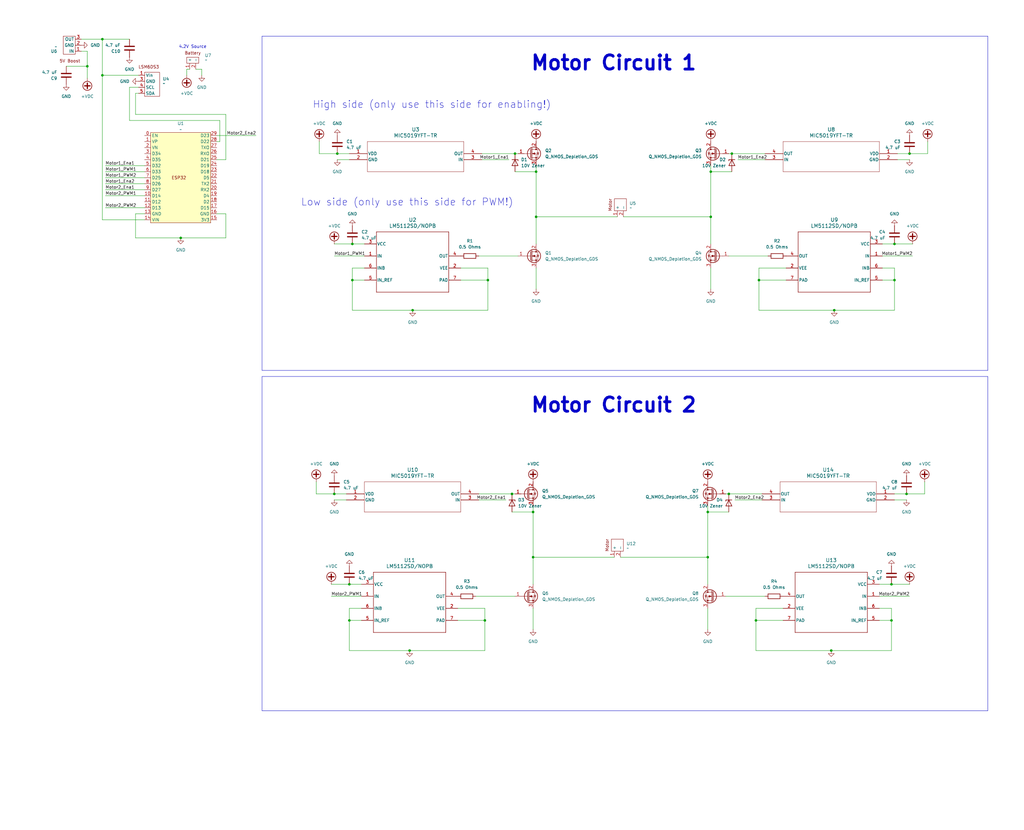
<source format=kicad_sch>
(kicad_sch (version 20250114) (generator "eeschema") (generator_version "9.0")
  (paper "User" 431.8 350)
  (title_block (title "Self Balancing Robot-Project CAO final") (date "2025-05-25") (company "ELN.IND"))
  (lib_symbols
    (symbol "Custom Symbols:BATTERY"
      (property "Reference" "U" (at 0 3.556 0))
      (symbol "BATTERY_0_1"
        (rectangle (start -2.54 -1.27) (end 2.54 -3.81))
      )
      (symbol "BATTERY_1_1"
        (text "Battery" (at 0 0.508 0) (effects (font (size 1.27 1.27))))
        (pin passive line (at -1.27 -6.35 90) (length 2.54) (name "+") (number "1"))
        (pin passive line (at 1.27 -6.35 90) (length 2.54) (name "-") (number "2"))
      )
    )
    (symbol "Custom Symbols:Boost"
      (property "Reference" "U" (at 0 3.556 0))
      (symbol "Boost_0_1"
        (rectangle (start -2.54 -1.27) (end 2.54 -8.89))
      )
      (symbol "Boost_1_1"
        (text "5V Boost" (at -0.254 1.524 0) (effects (font (size 1.27 1.27))))
        (pin passive line (at -5.08 -2.54 0) (length 2.54) (name "IN") (number "1"))
        (pin passive line (at -5.08 -5.08 0) (length 2.54) (name "GND") (number "2"))
        (pin passive line (at -5.08 -7.62 0) (length 2.54) (name "OUT") (number "3"))
      )
    )
    (symbol "Custom Symbols:ESP32"
      (property "Reference" "U" (at 0 4.572 0))
      (symbol "ESP32_1_1"
        (rectangle (start -12.7 2.54) (end 12.7 -35.56) (fill (type background)))
        (text "ESP32" (at -0.762 -16.51 0) (effects (font (size 1.27 1.27))))
        (pin bidirectional line (at -15.24 1.27 0) (length 2.54) (name "EN") (number "0"))
        (pin bidirectional line (at -15.24 -1.27 0) (length 2.54) (name "VP") (number "1"))
        (pin bidirectional line (at -15.24 -3.81 0) (length 2.54) (name "VN") (number "2"))
        (pin bidirectional line (at -15.24 -6.35 0) (length 2.54) (name "D34") (number "3"))
        (pin bidirectional line (at -15.24 -8.89 0) (length 2.54) (name "D35") (number "4"))
        (pin bidirectional line (at -15.24 -11.43 0) (length 2.54) (name "D32") (number "5"))
        (pin bidirectional line (at -15.24 -13.97 0) (length 2.54) (name "D33") (number "6"))
        (pin bidirectional line (at -15.24 -16.51 0) (length 2.54) (name "D25") (number "7"))
        (pin bidirectional line (at -15.24 -19.05 0) (length 2.54) (name "D26") (number "8"))
        (pin bidirectional line (at -15.24 -21.59 0) (length 2.54) (name "D27") (number "9"))
        (pin bidirectional line (at -15.24 -24.13 0) (length 2.54) (name "D14") (number "10"))
        (pin bidirectional line (at -15.24 -26.67 0) (length 2.54) (name "D12") (number "11"))
        (pin bidirectional line (at -15.24 -29.21 0) (length 2.54) (name "D13") (number "12"))
        (pin bidirectional line (at -15.24 -31.75 0) (length 2.54) (name "GND") (number "13"))
        (pin bidirectional line (at -15.24 -34.29 0) (length 2.54) (name "VIN") (number "14"))
        (pin bidirectional line (at 15.24 1.27 180) (length 2.54) (name "D23") (number "29"))
        (pin bidirectional line (at 15.24 -1.27 180) (length 2.54) (name "D22") (number "28"))
        (pin bidirectional line (at 15.24 -3.81 180) (length 2.54) (name "TXO") (number "27"))
        (pin bidirectional line (at 15.24 -6.35 180) (length 2.54) (name "RXO") (number "26"))
        (pin bidirectional line (at 15.24 -8.89 180) (length 2.54) (name "D21") (number "25"))
        (pin bidirectional line (at 15.24 -11.43 180) (length 2.54) (name "D19") (number "24"))
        (pin bidirectional line (at 15.24 -13.97 180) (length 2.54) (name "D18") (number "23"))
        (pin bidirectional line (at 15.24 -16.51 180) (length 2.54) (name "D5") (number "22"))
        (pin bidirectional line (at 15.24 -19.05 180) (length 2.54) (name "TX2") (number "21"))
        (pin bidirectional line (at 15.24 -21.59 180) (length 2.54) (name "RX2") (number "20"))
        (pin bidirectional line (at 15.24 -24.13 180) (length 2.54) (name "D4") (number "19"))
        (pin bidirectional line (at 15.24 -26.67 180) (length 2.54) (name "D2") (number "18"))
        (pin bidirectional line (at 15.24 -29.21 180) (length 2.54) (name "D15") (number "17"))
        (pin bidirectional line (at 15.24 -31.75 180) (length 2.54) (name "GND") (number "16"))
        (pin bidirectional line (at 15.24 -34.29 180) (length 2.54) (name "3V3") (number "15"))
      )
    )
    (symbol "Custom Symbols:LM5112SD_NOPB" (pin_names (offset 0.254))
      (property "Reference" "U" (at 0 2.54 0))
      (property "Value" "LM5112SD/NOPB" (at 0 0 0))
      (symbol "LM5112SD_NOPB_0_1"
        (polyline (pts (xy -15.24 12.7) (xy -15.24 -12.7)) (stroke (width 0.2032)))
        (polyline (pts (xy -15.24 -12.7) (xy 15.24 -12.7)) (stroke (width 0.2032)))
        (polyline (pts (xy 15.24 12.7) (xy -15.24 12.7)) (stroke (width 0.2032)))
        (polyline (pts (xy 15.24 -12.7) (xy 15.24 12.7)) (stroke (width 0.2032)))
        (pin power_in line (at -20.32 7.62 0) (length 5.08) (name "VCC") (number "3"))
        (pin input line (at -20.32 2.54 0) (length 5.08) (name "IN") (number "1"))
        (pin input line (at -20.32 -2.54 0) (length 5.08) (name "INB") (number "6"))
        (pin input line (at -20.32 -7.62 0) (length 5.08) (name "IN_REF") (number "5"))
        (pin output line (at 20.32 2.54 180) (length 5.08) (name "OUT") (number "4"))
        (pin power_in line (at 20.32 -2.54 180) (length 5.08) (name "VEE") (number "2"))
        (pin power_in line (at 20.32 -7.62 180) (length 5.08) (name "PAD") (number "7"))
      )
    )
    (symbol "Custom Symbols:LSM6DS3"
      (property "Reference" "U" (at 0.508 4.318 0))
      (symbol "LSM6DS3_0_1"
        (rectangle (start -1.27 0) (end 5.08 -10.16))
      )
      (symbol "LSM6DS3_1_1"
        (text "LSM6DS3" (at 0.508 2.286 0) (effects (font (size 1.27 1.27))))
        (pin passive line (at -3.81 -1.27 0) (length 2.54) (name "Vin") (number "1"))
        (pin passive line (at -3.81 -3.81 0) (length 2.54) (name "GND") (number "3"))
        (pin passive line (at -3.81 -6.35 0) (length 2.54) (name "SCL") (number "4"))
        (pin passive line (at -3.81 -8.89 0) (length 2.54) (name "SDA") (number "5"))
      )
    )
    (symbol "Custom Symbols:MIC5019YFT-TR" (pin_names (offset 0.254))
      (property "Reference" "U" (at 27.94 10.16 0))
      (property "Value" "MIC5019YFT-TR" (at 27.94 7.62 0))
      (symbol "MIC5019YFT-TR_0_1"
        (polyline (pts (xy 7.62 5.08) (xy 7.62 -7.62)) (stroke (width 0.127)))
        (polyline (pts (xy 7.62 -7.62) (xy 48.26 -7.62)) (stroke (width 0.127)))
        (polyline (pts (xy 48.26 5.08) (xy 7.62 5.08)) (stroke (width 0.127)))
        (polyline (pts (xy 48.26 -7.62) (xy 48.26 5.08)) (stroke (width 0.127)))
        (pin power_in line (at 0 0 0) (length 7.62) (name "VDD") (number "1"))
        (pin power_in line (at 0 -2.54 0) (length 7.62) (name "GND") (number "2"))
        (pin output line (at 55.88 0 180) (length 7.62) (name "OUT") (number "4"))
        (pin input line (at 55.88 -2.54 180) (length 7.62) (name "IN") (number "3"))
      )
    )
    (symbol "Custom Symbols:Motors"
      (property "Reference" "U" (at 0 3.302 0))
      (symbol "Motors_0_1"
        (rectangle (start -2.54 -1.27) (end 2.54 -6.35))
      )
      (symbol "Motors_1_1"
        (text "Motor" (at 0 0.508 0) (effects (font (size 1.27 1.27))))
        (pin passive line (at -5.08 -2.54 0) (length 2.54) (name "+") (number "1"))
        (pin passive line (at -5.08 -5.08 0) (length 2.54) (name "-") (number "2"))
      )
    )
    (symbol "Device:C" (pin_numbers (hide yes)) (pin_names (offset 0.254))
      (property "Reference" "C" (at 0.635 2.54 0))
      (property "Value" "C" (at 0.635 -2.54 0))
      (symbol "C_0_1"
        (polyline (pts (xy -2.032 0.762) (xy 2.032 0.762)) (stroke (width 0.508)))
        (polyline (pts (xy -2.032 -0.762) (xy 2.032 -0.762)) (stroke (width 0.508)))
      )
      (symbol "C_1_1"
        (pin passive line (at 0 3.81 270) (length 2.794) (name "~") (number "1"))
        (pin passive line (at 0 -3.81 90) (length 2.794) (name "~") (number "2"))
      )
    )
    (symbol "Device:D_Zener" (pin_numbers (hide yes)) (pin_names (offset 1.016) (hide yes))
      (property "Reference" "D1" (at 0 6.35 0))
      (property "Value" "D_Zener" (at 0 3.81 0))
      (symbol "D_Zener_0_1"
        (polyline (pts (xy -1.27 -1.27) (xy -1.27 1.27) (xy -0.762 1.27)) (stroke (width 0.254)))
        (polyline (pts (xy 1.27 0) (xy -1.27 0)))
        (polyline (pts (xy 1.27 -1.27) (xy 1.27 1.27) (xy -1.27 0) (xy 1.27 -1.27)) (stroke (width 0.254)))
      )
      (symbol "D_Zener_1_1"
        (pin passive line (at -3.81 0 0) (length 2.54) (name "K") (number "3"))
        (pin passive line (at 3.81 0 180) (length 2.54) (name "A") (number "1"))
      )
    )
    (symbol "Device:Q_NMOS_Depletion_GDS" (pin_names (offset 0) (hide yes))
      (property "Reference" "Q" (at 5.08 1.905 0))
      (property "Value" "Q_NMOS_Depletion_GDS" (at 5.08 0 0))
      (symbol "Q_NMOS_Depletion_GDS_0_1"
        (polyline (pts (xy 0.254 1.905) (xy 0.254 -1.905)) (stroke (width 0.254)))
        (polyline (pts (xy 0.254 0) (xy -2.54 0)))
        (polyline (pts (xy 0.762 2.286) (xy 0.762 -2.286)) (stroke (width 0.254)))
        (polyline (pts (xy 0.762 -1.778) (xy 3.302 -1.778) (xy 3.302 1.778) (xy 0.762 1.778)))
        (polyline (pts (xy 1.016 0) (xy 2.032 0.381) (xy 2.032 -0.381) (xy 1.016 0)) (fill (type outline)))
        (circle (center 1.651 0) (radius 2.794) (stroke (width 0.254)))
        (polyline (pts (xy 2.54 2.54) (xy 2.54 1.778)))
        (circle (center 2.54 1.778) (radius 0.254) (fill (type outline)))
        (circle (center 2.54 -1.778) (radius 0.254) (fill (type outline)))
        (polyline (pts (xy 2.54 -2.54) (xy 2.54 0) (xy 0.762 0)))
        (polyline (pts (xy 2.794 0.508) (xy 2.921 0.381) (xy 3.683 0.381) (xy 3.81 0.254)))
        (polyline (pts (xy 3.302 0.381) (xy 2.921 -0.254) (xy 3.683 -0.254) (xy 3.302 0.381)))
      )
      (symbol "Q_NMOS_Depletion_GDS_1_1"
        (pin input line (at -5.08 0 0) (length 2.54) (name "G") (number "1"))
        (pin passive line (at 2.54 5.08 270) (length 2.54) (name "D") (number "2"))
        (pin passive line (at 2.54 -5.08 90) (length 2.54) (name "S") (number "3"))
      )
    )
    (symbol "Device:R" (pin_numbers (hide yes)) (pin_names (offset 0))
      (property "Reference" "R" (at 2.032 0 90))
      (property "Value" "R" (at 0 0 90))
      (symbol "R_0_1"
        (rectangle (start -1.016 -2.54) (end 1.016 2.54) (stroke (width 0.254)))
      )
      (symbol "R_1_1"
        (pin passive line (at 0 3.81 270) (length 1.27) (name "~") (number "1"))
        (pin passive line (at 0 -3.81 90) (length 1.27) (name "~") (number "2"))
      )
    )
    (symbol "power:+VDC" (power) (pin_numbers (hide yes)) (pin_names (offset 0) (hide yes))
      (property "Value" "+VDC" (at 0 6.35 0))
      (symbol "+VDC_0_1"
        (polyline (pts (xy -1.143 3.175) (xy 1.143 3.175)) (stroke (width 0.508)))
        (circle (center 0 3.175) (radius 1.905) (stroke (width 0.254)))
        (polyline (pts (xy 0 2.032) (xy 0 4.318)) (stroke (width 0.508)))
        (polyline (pts (xy 0 0) (xy 0 1.27)))
      )
      (symbol "+VDC_1_1"
        (pin power_in line (at 0 0 90) (length 0) (name "~") (number "1"))
      )
    )
    (symbol "power:GND" (power) (pin_numbers (hide yes)) (pin_names (offset 0) (hide yes))
      (property "Value" "GND" (at 0 -3.81 0))
      (symbol "GND_0_1"
        (polyline (pts (xy 0 0) (xy 0 -1.27) (xy 1.27 -1.27) (xy 0 -2.54) (xy -1.27 -1.27) (xy 0 -1.27)))
      )
      (symbol "GND_1_1"
        (pin power_in line (at 0 0 270) (length 0) (name "~") (number "1"))
      )
    )
  )
  (rectangle (start 110.49 15.24) (end 416.56 156.21))
  (rectangle (start 110.49 158.75) (end 416.56 299.72))
  (text "4.2V Source" (at 81.28 19.812 0) (effects (font (size 1.27 1.27))))
  (text "Motor Circuit 2" (at 258.826 170.942 0) (effects (font (size 6 6) (thickness 1.2) (bold yes))))
  (text "Motor Circuit 1" (at 258.826 26.67 0) (effects (font (size 6 6) (thickness 1.2) (bold yes))))
  (text "High side (only use this side for enabling!)\n" (at 182.118 44.196 0) (effects (font (size 3 3))))
  (text "Low side (only use this side for PWM!)" (at 171.704 85.344 0) (effects (font (size 3 3))))
  (junction (at 36.83 27.94))
  (junction (at 226.06 72.39))
  (junction (at 147.32 246.38))
  (junction (at 383.54 64.77))
  (junction (at 217.17 64.77))
  (junction (at 298.45 215.9))
  (junction (at 224.79 234.95))
  (junction (at 148.59 102.87))
  (junction (at 226.06 91.44))
  (junction (at 204.47 261.62))
  (junction (at 148.59 118.11))
  (junction (at 350.52 274.32))
  (junction (at 299.72 72.39))
  (junction (at 43.18 31.75))
  (junction (at 375.92 246.38))
  (junction (at 377.19 118.11))
  (junction (at 320.04 118.11))
  (junction (at 351.79 130.81))
  (junction (at 318.77 261.62))
  (junction (at 375.92 261.62))
  (junction (at 224.79 215.9))
  (junction (at 205.74 118.11))
  (junction (at 215.9 208.28))
  (junction (at 142.24 64.77))
  (junction (at 299.72 91.44))
  (junction (at 377.19 102.87))
  (junction (at 43.18 16.51))
  (junction (at 140.97 208.28))
  (junction (at 298.45 234.95))
  (junction (at 308.61 64.77))
  (junction (at 76.2 100.33))
  (junction (at 172.72 274.32))
  (junction (at 173.99 130.81))
  (junction (at 147.32 261.62))
  (junction (at 307.34 208.28))
  (junction (at 382.27 208.28))
  (wire (pts (xy 133.35 208.28) (xy 140.97 208.28)))
  (wire (pts (xy 44.45 69.85) (xy 60.96 69.85)))
  (wire (pts (xy 85.09 31.75) (xy 85.09 29.21)))
  (wire (pts (xy 383.54 67.31) (xy 378.46 67.31)))
  (wire (pts (xy 133.35 203.2) (xy 133.35 208.28)))
  (wire (pts (xy 214.63 67.31) (xy 203.2 67.31)))
  (wire (pts (xy 139.7 246.38) (xy 147.32 246.38)))
  (wire (pts (xy 377.19 102.87) (xy 372.11 102.87)))
  (wire (pts (xy 331.47 113.03) (xy 320.04 113.03)))
  (wire (pts (xy 139.7 251.46) (xy 152.4 251.46)))
  (wire (pts (xy 389.89 203.2) (xy 389.89 208.28)))
  (wire (pts (xy 44.45 82.55) (xy 60.96 82.55)))
  (wire (pts (xy 204.47 261.62) (xy 204.47 274.32)))
  (wire (pts (xy 217.17 64.77) (xy 218.44 64.77)))
  (wire (pts (xy 140.97 107.95) (xy 153.67 107.95)))
  (wire (pts (xy 307.34 215.9) (xy 298.45 215.9)))
  (wire (pts (xy 262.89 91.44) (xy 299.72 91.44)))
  (wire (pts (xy 377.19 118.11) (xy 377.19 130.81)))
  (wire (pts (xy 43.18 92.71) (xy 60.96 92.71)))
  (wire (pts (xy 299.72 91.44) (xy 299.72 102.87)))
  (wire (pts (xy 218.44 107.95) (xy 201.93 107.95)))
  (wire (pts (xy 142.24 67.31) (xy 147.32 67.31)))
  (wire (pts (xy 205.74 113.03) (xy 205.74 118.11)))
  (wire (pts (xy 299.72 72.39) (xy 299.72 69.85)))
  (wire (pts (xy 298.45 215.9) (xy 298.45 234.95)))
  (wire (pts (xy 389.89 208.28) (xy 382.27 208.28)))
  (wire (pts (xy 384.81 107.95) (xy 372.11 107.95)))
  (wire (pts (xy 331.47 118.11) (xy 320.04 118.11)))
  (wire (pts (xy 226.06 72.39) (xy 226.06 91.44)))
  (wire (pts (xy 92.71 50.8) (xy 92.71 59.69)))
  (wire (pts (xy 224.79 215.9) (xy 224.79 234.95)))
  (wire (pts (xy 58.42 39.37) (xy 57.15 39.37)))
  (wire (pts (xy 205.74 118.11) (xy 205.74 130.81)))
  (wire (pts (xy 224.79 234.95) (xy 224.79 246.38)))
  (wire (pts (xy 320.04 118.11) (xy 320.04 130.81)))
  (wire (pts (xy 148.59 130.81) (xy 173.99 130.81)))
  (wire (pts (xy 148.59 113.03) (xy 148.59 118.11)))
  (wire (pts (xy 36.83 33.02) (xy 36.83 27.94)))
  (wire (pts (xy 44.45 80.01) (xy 60.96 80.01)))
  (wire (pts (xy 58.42 36.83) (xy 54.61 36.83)))
  (wire (pts (xy 224.79 234.95) (xy 259.08 234.95)))
  (wire (pts (xy 148.59 118.11) (xy 148.59 130.81)))
  (wire (pts (xy 44.45 74.93) (xy 60.96 74.93)))
  (wire (pts (xy 299.72 72.39) (xy 299.72 91.44)))
  (wire (pts (xy 76.2 100.33) (xy 95.25 100.33)))
  (wire (pts (xy 226.06 72.39) (xy 226.06 69.85)))
  (wire (pts (xy 298.45 234.95) (xy 298.45 246.38)))
  (wire (pts (xy 377.19 118.11) (xy 372.11 118.11)))
  (wire (pts (xy 78.74 29.21) (xy 80.01 29.21)))
  (wire (pts (xy 57.15 90.17) (xy 60.96 90.17)))
  (wire (pts (xy 215.9 215.9) (xy 224.79 215.9)))
  (wire (pts (xy 57.15 100.33) (xy 76.2 100.33)))
  (wire (pts (xy 34.29 16.51) (xy 43.18 16.51)))
  (wire (pts (xy 215.9 208.28) (xy 217.17 208.28)))
  (wire (pts (xy 57.15 100.33) (xy 57.15 90.17)))
  (wire (pts (xy 142.24 64.77) (xy 147.32 64.77)))
  (wire (pts (xy 217.17 251.46) (xy 200.66 251.46)))
  (wire (pts (xy 307.34 107.95) (xy 323.85 107.95)))
  (wire (pts (xy 217.17 72.39) (xy 226.06 72.39)))
  (wire (pts (xy 330.2 261.62) (xy 318.77 261.62)))
  (wire (pts (xy 391.16 59.69) (xy 391.16 64.77)))
  (wire (pts (xy 36.83 27.94) (xy 36.83 21.59)))
  (wire (pts (xy 194.31 118.11) (xy 205.74 118.11)))
  (wire (pts (xy 140.97 102.87) (xy 148.59 102.87)))
  (wire (pts (xy 134.62 59.69) (xy 134.62 64.77)))
  (wire (pts (xy 194.31 113.03) (xy 205.74 113.03)))
  (wire (pts (xy 383.54 64.77) (xy 378.46 64.77)))
  (wire (pts (xy 95.25 67.31) (xy 91.44 67.31)))
  (wire (pts (xy 226.06 91.44) (xy 226.06 102.87)))
  (wire (pts (xy 307.34 208.28) (xy 306.07 208.28)))
  (wire (pts (xy 205.74 130.81) (xy 173.99 130.81)))
  (wire (pts (xy 140.97 208.28) (xy 146.05 208.28)))
  (wire (pts (xy 95.25 48.26) (xy 95.25 67.31)))
  (wire (pts (xy 375.92 261.62) (xy 375.92 274.32)))
  (wire (pts (xy 391.16 64.77) (xy 383.54 64.77)))
  (wire (pts (xy 382.27 208.28) (xy 377.19 208.28)))
  (wire (pts (xy 54.61 36.83) (xy 54.61 50.8)))
  (wire (pts (xy 134.62 64.77) (xy 142.24 64.77)))
  (wire (pts (xy 224.79 215.9) (xy 224.79 213.36)))
  (wire (pts (xy 226.06 91.44) (xy 260.35 91.44)))
  (wire (pts (xy 147.32 246.38) (xy 152.4 246.38)))
  (wire (pts (xy 322.58 64.77) (xy 308.61 64.77)))
  (wire (pts (xy 308.61 64.77) (xy 307.34 64.77)))
  (wire (pts (xy 44.45 87.63) (xy 60.96 87.63)))
  (wire (pts (xy 57.15 39.37) (xy 57.15 48.26)))
  (wire (pts (xy 384.81 102.87) (xy 377.19 102.87)))
  (wire (pts (xy 85.09 29.21) (xy 82.55 29.21)))
  (wire (pts (xy 78.74 31.75) (xy 78.74 29.21)))
  (wire (pts (xy 377.19 130.81) (xy 351.79 130.81)))
  (wire (pts (xy 204.47 274.32) (xy 172.72 274.32)))
  (wire (pts (xy 44.45 72.39) (xy 60.96 72.39)))
  (wire (pts (xy 372.11 113.03) (xy 377.19 113.03)))
  (wire (pts (xy 147.32 261.62) (xy 147.32 274.32)))
  (wire (pts (xy 43.18 16.51) (xy 54.61 16.51)))
  (wire (pts (xy 92.71 59.69) (xy 91.44 59.69)))
  (wire (pts (xy 204.47 256.54) (xy 204.47 261.62)))
  (wire (pts (xy 95.25 90.17) (xy 91.44 90.17)))
  (wire (pts (xy 27.94 27.94) (xy 36.83 27.94)))
  (wire (pts (xy 43.18 16.51) (xy 43.18 31.75)))
  (wire (pts (xy 95.25 100.33) (xy 95.25 90.17)))
  (wire (pts (xy 203.2 64.77) (xy 217.17 64.77)))
  (wire (pts (xy 306.07 251.46) (xy 322.58 251.46)))
  (wire (pts (xy 383.54 246.38) (xy 375.92 246.38)))
  (wire (pts (xy 152.4 256.54) (xy 147.32 256.54)))
  (wire (pts (xy 377.19 113.03) (xy 377.19 118.11)))
  (wire (pts (xy 322.58 67.31) (xy 311.15 67.31)))
  (wire (pts (xy 321.31 208.28) (xy 307.34 208.28)))
  (wire (pts (xy 298.45 215.9) (xy 298.45 213.36)))
  (wire (pts (xy 54.61 50.8) (xy 92.71 50.8)))
  (wire (pts (xy 36.83 21.59) (xy 34.29 21.59)))
  (wire (pts (xy 147.32 256.54) (xy 147.32 261.62)))
  (wire (pts (xy 318.77 256.54) (xy 318.77 261.62)))
  (wire (pts (xy 298.45 265.43) (xy 298.45 256.54)))
  (wire (pts (xy 375.92 274.32) (xy 350.52 274.32)))
  (wire (pts (xy 201.93 208.28) (xy 215.9 208.28)))
  (wire (pts (xy 321.31 210.82) (xy 309.88 210.82)))
  (wire (pts (xy 213.36 210.82) (xy 201.93 210.82)))
  (wire (pts (xy 370.84 256.54) (xy 375.92 256.54)))
  (wire (pts (xy 382.27 210.82) (xy 377.19 210.82)))
  (wire (pts (xy 320.04 113.03) (xy 320.04 118.11)))
  (wire (pts (xy 261.62 234.95) (xy 298.45 234.95)))
  (wire (pts (xy 375.92 256.54) (xy 375.92 261.62)))
  (wire (pts (xy 308.61 72.39) (xy 299.72 72.39)))
  (wire (pts (xy 147.32 274.32) (xy 172.72 274.32)))
  (wire (pts (xy 193.04 256.54) (xy 204.47 256.54)))
  (wire (pts (xy 107.95 57.15) (xy 91.44 57.15)))
  (wire (pts (xy 318.77 274.32) (xy 350.52 274.32)))
  (wire (pts (xy 148.59 118.11) (xy 153.67 118.11)))
  (wire (pts (xy 375.92 246.38) (xy 370.84 246.38)))
  (wire (pts (xy 383.54 251.46) (xy 370.84 251.46)))
  (wire (pts (xy 43.18 31.75) (xy 43.18 92.71)))
  (wire (pts (xy 320.04 130.81) (xy 351.79 130.81)))
  (wire (pts (xy 375.92 261.62) (xy 370.84 261.62)))
  (wire (pts (xy 44.45 77.47) (xy 60.96 77.47)))
  (wire (pts (xy 140.97 210.82) (xy 146.05 210.82)))
  (wire (pts (xy 226.06 121.92) (xy 226.06 113.03)))
  (wire (pts (xy 148.59 102.87) (xy 153.67 102.87)))
  (wire (pts (xy 57.15 48.26) (xy 95.25 48.26)))
  (wire (pts (xy 224.79 265.43) (xy 224.79 256.54)))
  (wire (pts (xy 153.67 113.03) (xy 148.59 113.03)))
  (wire (pts (xy 193.04 261.62) (xy 204.47 261.62)))
  (wire (pts (xy 330.2 256.54) (xy 318.77 256.54)))
  (wire (pts (xy 318.77 261.62) (xy 318.77 274.32)))
  (wire (pts (xy 43.18 31.75) (xy 58.42 31.75)))
  (wire (pts (xy 147.32 261.62) (xy 152.4 261.62)))
  (wire (pts (xy 299.72 121.92) (xy 299.72 113.03)))
  (label "Motor2_Ena2" (at 107.95 57.15 180))
  (label "Motor1_Ena1" (at 214.63 67.31 180))
  (label "Motor2_Ena2" (at 309.88 210.82 0))
  (label "Motor2_PWM1" (at 44.45 82.55 0))
  (label "Motor1_PWM1" (at 44.45 72.39 0))
  (label "Motor2_PWM1" (at 139.7 251.46 0))
  (label "Motor1_Ena1" (at 44.45 69.85 0))
  (label "Motor1_Ena2" (at 44.45 77.47 0))
  (label "Motor2_PWM2" (at 383.54 251.46 180))
  (label "Motor1_Ena2" (at 311.15 67.31 0))
  (label "Motor2_Ena1" (at 213.36 210.82 180))
  (label "Motor2_PWM2" (at 44.45 87.63 0))
  (label "Motor1_PWM1" (at 140.97 107.95 0))
  (label "Motor1_PWM2" (at 384.81 107.95 180))
  (label "Motor1_PWM2" (at 44.45 74.93 0))
  (label "Motor2_Ena1" (at 44.45 80.01 0))
  (symbol (lib_id "Device:Q_NMOS_Depletion_GDS") (at 302.26 64.77 0) (mirror y) (unit 1)
    (property "Reference" "Q3" (at 295.91 63.4999 0) (effects (justify left)))
    (property "Value" "Q_NMOS_Depletion_GDS" (at 295.91 66.0399 0) (effects (justify left)))
    (property "Footprint" "Package_TO_SOT_SMD:TO-252-2" (effects (hide yes)))
    (property "Description" "Depletion-mode N-channel MOSFET gate/drain/source" (effects (hide yes)))
  )
  (symbol (lib_id "Custom Symbols:LSM6DS3") (at 62.23 30.48 0) (unit 1)
    (property "Reference" "U4" (at 68.58 33.2711 0) (effects (justify left)))
    (property "Value" "~" (at 68.58 35.1762 0) (effects (justify left)))
    (property "Footprint" "Custom Footprints:LSM6DS3" (effects (hide yes)))
  )
  (symbol (lib_id "power:GND") (at 148.59 95.25 180) (unit 1)
    (property "Reference" "#PWR010" (effects (hide yes)))
    (property "Value" "GND" (at 148.59 90.17 0))
    (property "Description" "Power symbol creates a global label with name \"GND\" , ground" (effects (hide yes)))
  )
  (symbol (lib_id "Custom Symbols:MIC5019YFT-TR") (at 377.19 208.28 0) (mirror y) (unit 1)
    (property "Reference" "U14" (at 349.25 198.12 0) (effects (font (size 1.524 1.524))))
    (property "Value" "MIC5019YFT-TR" (at 349.25 200.66 0) (effects (font (size 1.524 1.524))))
    (property "Footprint" "Custom Footprints:MIC5019YFT-TR" (effects (hide yes)))
    (property "Datasheet" "MIC5019YFT-TR" (effects (hide yes)))
  )
  (symbol (lib_id "power:GND") (at 383.54 67.31 0) (mirror y) (unit 1)
    (property "Reference" "#PWR018" (effects (hide yes)))
    (property "Value" "GND" (at 383.54 72.39 0))
    (property "Description" "Power symbol creates a global label with name \"GND\" , ground" (effects (hide yes)))
  )
  (symbol (lib_id "Custom Symbols:MIC5019YFT-TR") (at 147.32 64.77 0) (unit 1)
    (property "Reference" "U3" (at 175.26 54.61 0) (effects (font (size 1.524 1.524))))
    (property "Value" "MIC5019YFT-TR" (at 175.26 57.15 0) (effects (font (size 1.524 1.524))))
    (property "Footprint" "Custom Footprints:MIC5019YFT-TR" (effects (hide yes)))
    (property "Datasheet" "MIC5019YFT-TR" (effects (hide yes)))
  )
  (symbol (lib_id "power:GND") (at 54.61 24.13 0) (unit 1)
    (property "Reference" "#PWR041" (effects (hide yes)))
    (property "Value" "GND" (at 54.61 29.21 0))
    (property "Description" "Power symbol creates a global label with name \"GND\" , ground" (effects (hide yes)))
  )
  (symbol (lib_id "Device:Q_NMOS_Depletion_GDS") (at 223.52 64.77 0) (unit 1)
    (property "Reference" "Q2" (at 229.87 63.4999 0) (effects (justify left)))
    (property "Value" "Q_NMOS_Depletion_GDS" (at 229.87 66.0399 0) (effects (justify left)))
    (property "Footprint" "Package_TO_SOT_SMD:TO-252-2" (effects (hide yes)))
    (property "Description" "Depletion-mode N-channel MOSFET gate/drain/source" (effects (hide yes)))
  )
  (symbol (lib_id "power:GND") (at 224.79 265.43 0) (unit 1)
    (property "Reference" "#PWR030" (effects (hide yes)))
    (property "Value" "GND" (at 224.79 270.51 0))
    (property "Description" "Power symbol creates a global label with name \"GND\" , ground" (effects (hide yes)))
  )
  (symbol (lib_id "Device:Q_NMOS_Depletion_GDS") (at 300.99 251.46 0) (mirror y) (unit 1)
    (property "Reference" "Q8" (at 294.64 250.1899 0) (effects (justify left)))
    (property "Value" "Q_NMOS_Depletion_GDS" (at 294.64 252.7299 0) (effects (justify left)))
    (property "Footprint" "Package_TO_SOT_SMD:TO-252-2" (effects (hide yes)))
    (property "Description" "Depletion-mode N-channel MOSFET gate/drain/source" (effects (hide yes)))
  )
  (symbol (lib_id "power:GND") (at 375.92 238.76 0) (mirror x) (unit 1)
    (property "Reference" "#PWR034" (effects (hide yes)))
    (property "Value" "GND" (at 375.92 233.68 0))
    (property "Description" "Power symbol creates a global label with name \"GND\" , ground" (effects (hide yes)))
  )
  (symbol (lib_id "Device:C") (at 148.59 99.06 0) (unit 1)
    (property "Reference" "C2" (at 152.4 97.7899 0) (effects (justify left)))
    (property "Value" "4.7 uF" (at 152.4 100.3299 0) (effects (justify left)))
    (property "Footprint" "Capacitor_SMD:C_0805_2012Metric_Pad1.18x1.45mm_HandSolder" (effects (hide yes)))
    (property "Description" "Unpolarized capacitor" (effects (hide yes)))
  )
  (symbol (lib_id "power:GND") (at 34.29 19.05 90) (unit 1)
    (property "Reference" "#PWR011" (effects (hide yes)))
    (property "Value" "GND" (at 38.1 19.0501 90) (effects (justify right)))
    (property "Description" "Power symbol creates a global label with name \"GND\" , ground" (effects (hide yes)))
  )
  (symbol (lib_id "Device:Q_NMOS_Depletion_GDS") (at 222.25 208.28 0) (unit 1)
    (property "Reference" "Q5" (at 228.6 207.0099 0) (effects (justify left)))
    (property "Value" "Q_NMOS_Depletion_GDS" (at 228.6 209.5499 0) (effects (justify left)))
    (property "Footprint" "Package_TO_SOT_SMD:TO-252-2" (effects (hide yes)))
    (property "Description" "Depletion-mode N-channel MOSFET gate/drain/source" (effects (hide yes)))
  )
  (symbol (lib_id "power:GND") (at 142.24 67.31 0) (unit 1)
    (property "Reference" "#PWR04" (effects (hide yes)))
    (property "Value" "GND" (at 142.24 72.39 0))
    (property "Description" "Power symbol creates a global label with name \"GND\" , ground" (effects (hide yes)))
  )
  (symbol (lib_id "Device:R") (at 327.66 107.95 270) (mirror x) (unit 1)
    (property "Reference" "R2" (at 327.66 101.6 90))
    (property "Value" "0.5 Ohms" (at 327.66 104.14 90))
    (property "Footprint" "Resistor_SMD:R_2010_5025Metric_Pad1.40x2.65mm_HandSolder" (effects (hide yes)))
    (property "Description" "Resistor" (effects (hide yes)))
  )
  (symbol (lib_id "power:GND") (at 382.27 210.82 0) (mirror y) (unit 1)
    (property "Reference" "#PWR036" (effects (hide yes)))
    (property "Value" "GND" (at 382.27 215.9 0))
    (property "Description" "Power symbol creates a global label with name \"GND\" , ground" (effects (hide yes)))
  )
  (symbol (lib_id "Device:R") (at 326.39 251.46 270) (mirror x) (unit 1)
    (property "Reference" "R4" (at 326.39 245.11 90))
    (property "Value" "0.5 Ohms" (at 326.39 247.65 90))
    (property "Footprint" "Resistor_SMD:R_2010_5025Metric_Pad1.40x2.65mm_HandSolder" (effects (hide yes)))
    (property "Description" "Resistor" (effects (hide yes)))
  )
  (symbol (lib_id "Device:C") (at 383.54 60.96 0) (mirror y) (unit 1)
    (property "Reference" "C3" (at 379.73 59.6899 0) (effects (justify left)))
    (property "Value" "4.7 uF" (at 379.73 62.2299 0) (effects (justify left)))
    (property "Footprint" "Capacitor_SMD:C_0805_2012Metric_Pad1.18x1.45mm_HandSolder" (effects (hide yes)))
    (property "Description" "Unpolarized capacitor" (effects (hide yes)))
  )
  (symbol (lib_id "Device:R") (at 196.85 251.46 90) (unit 1)
    (property "Reference" "R3" (at 196.85 245.11 90))
    (property "Value" "0.5 Ohms" (at 196.85 247.65 90))
    (property "Footprint" "Resistor_SMD:R_2010_5025Metric_Pad1.40x2.65mm_HandSolder" (effects (hide yes)))
    (property "Description" "Resistor" (effects (hide yes)))
  )
  (symbol (lib_id "power:GND") (at 58.42 34.29 270) (unit 1)
    (property "Reference" "#PWR039" (effects (hide yes)))
    (property "Value" "GND" (at 54.61 34.2899 90) (effects (justify right)))
    (property "Description" "Power symbol creates a global label with name \"GND\" , ground" (effects (hide yes)))
  )
  (symbol (lib_id "power:GND") (at 298.45 265.43 0) (mirror y) (unit 1)
    (property "Reference" "#PWR032" (effects (hide yes)))
    (property "Value" "GND" (at 298.45 270.51 0))
    (property "Description" "Power symbol creates a global label with name \"GND\" , ground" (effects (hide yes)))
  )
  (symbol (lib_id "power:+VDC") (at 134.62 59.69 0) (unit 1)
    (property "Reference" "#PWR05" (effects (hide yes)))
    (property "Value" "+VDC" (at 134.62 52.07 0))
    (property "Description" "Power symbol creates a global label with name \"+VDC\"" (effects (hide yes)))
  )
  (symbol (lib_id "power:+VDC") (at 133.35 203.2 0) (unit 1)
    (property "Reference" "#PWR023" (effects (hide yes)))
    (property "Value" "+VDC" (at 133.35 195.58 0))
    (property "Description" "Power symbol creates a global label with name \"+VDC\"" (effects (hide yes)))
  )
  (symbol (lib_id "Device:D_Zener") (at 215.9 212.09 270) (unit 1)
    (property "Reference" "D3" (at 218.44 210.8199 90) (effects (justify left)))
    (property "Value" "10V Zener" (at 218.44 213.3599 90) (effects (justify left)))
    (property "Footprint" "Package_TO_SOT_SMD:TSOT-23" (effects (hide yes)))
    (property "Description" "Zener diode" (effects (hide yes)))
  )
  (symbol (lib_id "power:GND") (at 172.72 274.32 0) (unit 1)
    (property "Reference" "#PWR028" (effects (hide yes)))
    (property "Value" "GND" (at 172.72 279.4 0))
    (property "Description" "Power symbol creates a global label with name \"GND\" , ground" (effects (hide yes)))
  )
  (symbol (lib_id "Device:C") (at 147.32 242.57 0) (unit 1)
    (property "Reference" "C6" (at 151.13 241.2999 0) (effects (justify left)))
    (property "Value" "4.7 uF" (at 151.13 243.8399 0) (effects (justify left)))
    (property "Footprint" "Capacitor_SMD:C_0805_2012Metric_Pad1.18x1.45mm_HandSolder" (effects (hide yes)))
    (property "Description" "Unpolarized capacitor" (effects (hide yes)))
  )
  (symbol (lib_id "Device:C") (at 140.97 204.47 0) (unit 1)
    (property "Reference" "C5" (at 144.78 203.1999 0) (effects (justify left)))
    (property "Value" "4.7 uF" (at 144.78 205.7399 0) (effects (justify left)))
    (property "Footprint" "Capacitor_SMD:C_0805_2012Metric_Pad1.18x1.45mm_HandSolder" (effects (hide yes)))
    (property "Description" "Unpolarized capacitor" (effects (hide yes)))
  )
  (symbol (lib_id "Device:D_Zener") (at 307.34 212.09 90) (mirror x) (unit 1)
    (property "Reference" "D4" (at 304.8 210.8199 90) (effects (justify left)))
    (property "Value" "10V Zener" (at 304.8 213.3599 90) (effects (justify left)))
    (property "Footprint" "Package_TO_SOT_SMD:TSOT-23" (effects (hide yes)))
    (property "Description" "Zener diode" (effects (hide yes)))
  )
  (symbol (lib_id "power:GND") (at 383.54 57.15 0) (mirror x) (unit 1)
    (property "Reference" "#PWR017" (effects (hide yes)))
    (property "Value" "GND" (at 383.54 52.07 0))
    (property "Description" "Power symbol creates a global label with name \"GND\" , ground" (effects (hide yes)))
  )
  (symbol (lib_id "power:GND") (at 382.27 200.66 0) (mirror x) (unit 1)
    (property "Reference" "#PWR035" (effects (hide yes)))
    (property "Value" "GND" (at 382.27 195.58 0))
    (property "Description" "Power symbol creates a global label with name \"GND\" , ground" (effects (hide yes)))
  )
  (symbol (lib_id "power:GND") (at 299.72 121.92 0) (mirror y) (unit 1)
    (property "Reference" "#PWR022" (effects (hide yes)))
    (property "Value" "GND" (at 299.72 127 0))
    (property "Description" "Power symbol creates a global label with name \"GND\" , ground" (effects (hide yes)))
  )
  (symbol (lib_id "Device:D_Zener") (at 217.17 68.58 270) (unit 1)
    (property "Reference" "D1" (at 219.71 67.3099 90) (effects (justify left)))
    (property "Value" "10V Zener" (at 219.71 69.8499 90) (effects (justify left)))
    (property "Footprint" "Package_TO_SOT_SMD:TSOT-23" (effects (hide yes)))
    (property "Description" "Zener diode" (effects (hide yes)))
  )
  (symbol (lib_id "power:GND") (at 76.2 100.33 0) (unit 1)
    (property "Reference" "#PWR014" (effects (hide yes)))
    (property "Value" "GND" (at 76.2 105.41 0))
    (property "Description" "Power symbol creates a global label with name \"GND\" , ground" (effects (hide yes)))
  )
  (symbol (lib_id "Custom Symbols:ESP32") (at 76.2 58.42 0) (unit 1)
    (property "Reference" "U1" (at 76.2 52.07 0))
    (property "Value" "~" (at 76.2 54.61 0))
    (property "Footprint" "Custom Footprints:ESP32" (effects (hide yes)))
  )
  (symbol (lib_id "power:GND") (at 142.24 57.15 180) (unit 1)
    (property "Reference" "#PWR03" (effects (hide yes)))
    (property "Value" "GND" (at 142.24 52.07 0))
    (property "Description" "Power symbol creates a global label with name \"GND\" , ground" (effects (hide yes)))
  )
  (symbol (lib_id "power:GND") (at 351.79 130.81 0) (mirror y) (unit 1)
    (property "Reference" "#PWR020" (effects (hide yes)))
    (property "Value" "GND" (at 351.79 135.89 0))
    (property "Description" "Power symbol creates a global label with name \"GND\" , ground" (effects (hide yes)))
  )
  (symbol (lib_id "power:+VDC") (at 299.72 59.69 0) (mirror y) (unit 1)
    (property "Reference" "#PWR021" (effects (hide yes)))
    (property "Value" "+VDC" (at 299.72 52.07 0))
    (property "Description" "Power symbol creates a global label with name \"+VDC\"" (effects (hide yes)))
  )
  (symbol (lib_id "power:+VDC") (at 224.79 203.2 0) (unit 1)
    (property "Reference" "#PWR029" (effects (hide yes)))
    (property "Value" "+VDC" (at 224.79 195.58 0))
    (property "Description" "Power symbol creates a global label with name \"+VDC\"" (effects (hide yes)))
  )
  (symbol (lib_id "Custom Symbols:Motors") (at 256.54 229.87 90) (unit 1)
    (property "Reference" "U12" (at 264.16 229.2348 90) (effects (justify right)))
    (property "Value" "~" (at 264.16 231.1399 90) (effects (justify right)))
    (property "Footprint" "Custom Footprints:Motor" (effects (hide yes)))
  )
  (symbol (lib_id "Device:D_Zener") (at 308.61 68.58 90) (mirror x) (unit 1)
    (property "Reference" "D2" (at 306.07 67.3099 90) (effects (justify left)))
    (property "Value" "10V Zener" (at 306.07 69.8499 90) (effects (justify left)))
    (property "Footprint" "Package_TO_SOT_SMD:TSOT-23" (effects (hide yes)))
    (property "Description" "Zener diode" (effects (hide yes)))
  )
  (symbol (lib_id "Custom Symbols:MIC5019YFT-TR") (at 378.46 64.77 0) (mirror y) (unit 1)
    (property "Reference" "U8" (at 350.52 54.61 0) (effects (font (size 1.524 1.524))))
    (property "Value" "MIC5019YFT-TR" (at 350.52 57.15 0) (effects (font (size 1.524 1.524))))
    (property "Footprint" "Custom Footprints:MIC5019YFT-TR" (effects (hide yes)))
    (property "Datasheet" "MIC5019YFT-TR" (effects (hide yes)))
  )
  (symbol (lib_id "Custom Symbols:Boost") (at 29.21 24.13 180) (unit 1)
    (property "Reference" "U6" (at 24.13 21.5929 0) (effects (justify left)))
    (property "Value" "~" (at 24.13 19.6878 0) (effects (justify left)))
    (property "Footprint" "Custom Footprints:Boost" (effects (hide yes)))
  )
  (symbol (lib_id "power:GND") (at 140.97 200.66 180) (unit 1)
    (property "Reference" "#PWR025" (effects (hide yes)))
    (property "Value" "GND" (at 140.97 195.58 0))
    (property "Description" "Power symbol creates a global label with name \"GND\" , ground" (effects (hide yes)))
  )
  (symbol (lib_id "power:+VDC") (at 139.7 246.38 0) (unit 1)
    (property "Reference" "#PWR024" (effects (hide yes)))
    (property "Value" "+VDC" (at 139.7 238.76 0))
    (property "Description" "Power symbol creates a global label with name \"+VDC\"" (effects (hide yes)))
  )
  (symbol (lib_id "power:GND") (at 350.52 274.32 0) (mirror y) (unit 1)
    (property "Reference" "#PWR033" (effects (hide yes)))
    (property "Value" "GND" (at 350.52 279.4 0))
    (property "Description" "Power symbol creates a global label with name \"GND\" , ground" (effects (hide yes)))
  )
  (symbol (lib_id "power:+VDC") (at 391.16 59.69 0) (mirror y) (unit 1)
    (property "Reference" "#PWR015" (effects (hide yes)))
    (property "Value" "+VDC" (at 391.16 52.07 0))
    (property "Description" "Power symbol creates a global label with name \"+VDC\"" (effects (hide yes)))
  )
  (symbol (lib_id "Device:C") (at 382.27 204.47 0) (mirror y) (unit 1)
    (property "Reference" "C8" (at 378.46 203.1999 0) (effects (justify left)))
    (property "Value" "4.7 uF" (at 378.46 205.7399 0) (effects (justify left)))
    (property "Footprint" "Capacitor_SMD:C_0805_2012Metric_Pad1.18x1.45mm_HandSolder" (effects (hide yes)))
    (property "Description" "Unpolarized capacitor" (effects (hide yes)))
  )
  (symbol (lib_id "power:GND") (at 85.09 31.75 0) (unit 1)
    (property "Reference" "#PWR01" (effects (hide yes)))
    (property "Value" "GND" (at 85.09 36.83 0))
    (property "Description" "Power symbol creates a global label with name \"GND\" , ground" (effects (hide yes)))
  )
  (symbol (lib_id "power:+VDC") (at 389.89 203.2 0) (mirror y) (unit 1)
    (property "Reference" "#PWR038" (effects (hide yes)))
    (property "Value" "+VDC" (at 389.89 195.58 0))
    (property "Description" "Power symbol creates a global label with name \"+VDC\"" (effects (hide yes)))
  )
  (symbol (lib_id "Device:Q_NMOS_Depletion_GDS") (at 223.52 107.95 0) (unit 1)
    (property "Reference" "Q1" (at 229.87 106.6799 0) (effects (justify left)))
    (property "Value" "Q_NMOS_Depletion_GDS" (at 229.87 109.2199 0) (effects (justify left)))
    (property "Footprint" "Package_TO_SOT_SMD:TO-252-2" (effects (hide yes)))
    (property "Description" "Depletion-mode N-channel MOSFET gate/drain/source" (effects (hide yes)))
  )
  (symbol (lib_id "power:+VDC") (at 78.74 31.75 180) (unit 1)
    (property "Reference" "#PWR02" (effects (hide yes)))
    (property "Value" "+VDC" (at 78.74 39.37 0))
    (property "Description" "Power symbol creates a global label with name \"+VDC\"" (effects (hide yes)))
  )
  (symbol (lib_id "power:GND") (at 226.06 121.92 0) (unit 1)
    (property "Reference" "#PWR07" (effects (hide yes)))
    (property "Value" "GND" (at 226.06 127 0))
    (property "Description" "Power symbol creates a global label with name \"GND\" , ground" (effects (hide yes)))
  )
  (symbol (lib_id "Device:Q_NMOS_Depletion_GDS") (at 222.25 251.46 0) (unit 1)
    (property "Reference" "Q6" (at 228.6 250.1899 0) (effects (justify left)))
    (property "Value" "Q_NMOS_Depletion_GDS" (at 228.6 252.7299 0) (effects (justify left)))
    (property "Footprint" "Package_TO_SOT_SMD:TO-252-2" (effects (hide yes)))
    (property "Description" "Depletion-mode N-channel MOSFET gate/drain/source" (effects (hide yes)))
  )
  (symbol (lib_id "power:+VDC") (at 226.06 59.69 0) (unit 1)
    (property "Reference" "#PWR06" (effects (hide yes)))
    (property "Value" "+VDC" (at 226.06 52.07 0))
    (property "Description" "Power symbol creates a global label with name \"+VDC\"" (effects (hide yes)))
  )
  (symbol (lib_id "power:+VDC") (at 383.54 246.38 0) (mirror y) (unit 1)
    (property "Reference" "#PWR037" (effects (hide yes)))
    (property "Value" "+VDC" (at 383.54 238.76 0))
    (property "Description" "Power symbol creates a global label with name \"+VDC\"" (effects (hide yes)))
  )
  (symbol (lib_id "Custom Symbols:LM5112SD_NOPB") (at 351.79 110.49 0) (mirror y) (unit 1)
    (property "Reference" "U9" (at 351.79 92.71 0) (effects (font (size 1.524 1.524))))
    (property "Value" "LM5112SD/NOPB" (at 351.79 95.25 0) (effects (font (size 1.524 1.524))))
    (property "Footprint" "Custom Footprints:LM5112SD" (effects (hide yes)))
    (property "Datasheet" "LM5112SD/NOPB" (effects (hide yes)))
  )
  (symbol (lib_id "Custom Symbols:BATTERY") (at 81.28 22.86 0) (unit 1)
    (property "Reference" "U7" (at 86.36 23.3651 0) (effects (justify left)))
    (property "Value" "~" (at 86.36 25.2702 0) (effects (justify left)))
    (property "Footprint" "Custom Footprints:Battery" (effects (hide yes)))
  )
  (symbol (lib_id "Device:C") (at 54.61 20.32 180) (unit 1)
    (property "Reference" "C10" (at 50.8 21.5901 0) (effects (justify left)))
    (property "Value" "4.7 uF" (at 50.8 19.0501 0) (effects (justify left)))
    (property "Footprint" "Capacitor_SMD:C_0805_2012Metric_Pad1.18x1.45mm_HandSolder" (effects (hide yes)))
    (property "Description" "Unpolarized capacitor" (effects (hide yes)))
  )
  (symbol (lib_id "Device:Q_NMOS_Depletion_GDS") (at 300.99 208.28 0) (mirror y) (unit 1)
    (property "Reference" "Q7" (at 294.64 207.0099 0) (effects (justify left)))
    (property "Value" "Q_NMOS_Depletion_GDS" (at 294.64 209.5499 0) (effects (justify left)))
    (property "Footprint" "Package_TO_SOT_SMD:TO-252-2" (effects (hide yes)))
    (property "Description" "Depletion-mode N-channel MOSFET gate/drain/source" (effects (hide yes)))
  )
  (symbol (lib_id "Device:Q_NMOS_Depletion_GDS") (at 302.26 107.95 0) (mirror y) (unit 1)
    (property "Reference" "Q4" (at 295.91 106.6799 0) (effects (justify left)))
    (property "Value" "Q_NMOS_Depletion_GDS" (at 295.91 109.2199 0) (effects (justify left)))
    (property "Footprint" "Package_TO_SOT_SMD:TO-252-2" (effects (hide yes)))
    (property "Description" "Depletion-mode N-channel MOSFET gate/drain/source" (effects (hide yes)))
  )
  (symbol (lib_id "Custom Symbols:MIC5019YFT-TR") (at 146.05 208.28 0) (unit 1)
    (property "Reference" "U10" (at 173.99 198.12 0) (effects (font (size 1.524 1.524))))
    (property "Value" "MIC5019YFT-TR" (at 173.99 200.66 0) (effects (font (size 1.524 1.524))))
    (property "Footprint" "Custom Footprints:MIC5019YFT-TR" (effects (hide yes)))
    (property "Datasheet" "MIC5019YFT-TR" (effects (hide yes)))
  )
  (symbol (lib_id "power:+VDC") (at 298.45 203.2 0) (mirror y) (unit 1)
    (property "Reference" "#PWR031" (effects (hide yes)))
    (property "Value" "+VDC" (at 298.45 195.58 0))
    (property "Description" "Power symbol creates a global label with name \"+VDC\"" (effects (hide yes)))
  )
  (symbol (lib_id "Device:C") (at 375.92 242.57 0) (mirror y) (unit 1)
    (property "Reference" "C7" (at 372.11 241.2999 0) (effects (justify left)))
    (property "Value" "4.7 uF" (at 372.11 243.8399 0) (effects (justify left)))
    (property "Footprint" "Capacitor_SMD:C_0805_2012Metric_Pad1.18x1.45mm_HandSolder" (effects (hide yes)))
    (property "Description" "Unpolarized capacitor" (effects (hide yes)))
  )
  (symbol (lib_id "Custom Symbols:LM5112SD_NOPB") (at 350.52 254 0) (mirror y) (unit 1)
    (property "Reference" "U13" (at 350.52 236.22 0) (effects (font (size 1.524 1.524))))
    (property "Value" "LM5112SD/NOPB" (at 350.52 238.76 0) (effects (font (size 1.524 1.524))))
    (property "Footprint" "Custom Footprints:LM5112SD" (effects (hide yes)))
    (property "Datasheet" "LM5112SD/NOPB" (effects (hide yes)))
  )
  (symbol (lib_id "Custom Symbols:Motors") (at 257.81 86.36 90) (unit 1)
    (property "Reference" "U5" (at 265.43 85.7248 90) (effects (justify right)))
    (property "Value" "~" (at 265.43 87.6299 90) (effects (justify right)))
    (property "Footprint" "Custom Footprints:Motor" (effects (hide yes)))
  )
  (symbol (lib_id "power:GND") (at 140.97 210.82 0) (unit 1)
    (property "Reference" "#PWR026" (effects (hide yes)))
    (property "Value" "GND" (at 140.97 215.9 0))
    (property "Description" "Power symbol creates a global label with name \"GND\" , ground" (effects (hide yes)))
  )
  (symbol (lib_id "power:+VDC") (at 384.81 102.87 0) (mirror y) (unit 1)
    (property "Reference" "#PWR016" (effects (hide yes)))
    (property "Value" "+VDC" (at 384.81 95.25 0))
    (property "Description" "Power symbol creates a global label with name \"+VDC\"" (effects (hide yes)))
  )
  (symbol (lib_id "power:GND") (at 173.99 130.81 0) (unit 1)
    (property "Reference" "#PWR08" (effects (hide yes)))
    (property "Value" "GND" (at 173.99 135.89 0))
    (property "Description" "Power symbol creates a global label with name \"GND\" , ground" (effects (hide yes)))
  )
  (symbol (lib_id "Device:C") (at 142.24 60.96 0) (unit 1)
    (property "Reference" "C1" (at 146.05 59.6899 0) (effects (justify left)))
    (property "Value" "4.7 uF" (at 146.05 62.2299 0) (effects (justify left)))
    (property "Footprint" "Capacitor_SMD:C_0805_2012Metric_Pad1.18x1.45mm_HandSolder" (effects (hide yes)))
    (property "Description" "Unpolarized capacitor" (effects (hide yes)))
  )
  (symbol (lib_id "power:GND") (at 147.32 238.76 180) (unit 1)
    (property "Reference" "#PWR027" (effects (hide yes)))
    (property "Value" "GND" (at 147.32 233.68 0))
    (property "Description" "Power symbol creates a global label with name \"GND\" , ground" (effects (hide yes)))
  )
  (symbol (lib_id "Device:C") (at 27.94 31.75 180) (unit 1)
    (property "Reference" "C9" (at 24.13 33.0201 0) (effects (justify left)))
    (property "Value" "4.7 uF" (at 24.13 30.4801 0) (effects (justify left)))
    (property "Footprint" "Capacitor_SMD:C_0805_2012Metric_Pad1.18x1.45mm_HandSolder" (effects (hide yes)))
    (property "Description" "Unpolarized capacitor" (effects (hide yes)))
  )
  (symbol (lib_id "power:GND") (at 27.94 35.56 0) (unit 1)
    (property "Reference" "#PWR040" (effects (hide yes)))
    (property "Value" "GND" (at 27.94 40.64 0))
    (property "Description" "Power symbol creates a global label with name \"GND\" , ground" (effects (hide yes)))
  )
  (symbol (lib_id "Custom Symbols:LM5112SD_NOPB") (at 172.72 254 0) (unit 1)
    (property "Reference" "U11" (at 172.72 236.22 0) (effects (font (size 1.524 1.524))))
    (property "Value" "LM5112SD/NOPB" (at 172.72 238.76 0) (effects (font (size 1.524 1.524))))
    (property "Footprint" "Custom Footprints:LM5112SD" (effects (hide yes)))
    (property "Datasheet" "LM5112SD/NOPB" (effects (hide yes)))
  )
  (symbol (lib_id "Custom Symbols:LM5112SD_NOPB") (at 173.99 110.49 0) (unit 1)
    (property "Reference" "U2" (at 173.99 92.71 0) (effects (font (size 1.524 1.524))))
    (property "Value" "LM5112SD/NOPB" (at 173.99 95.25 0) (effects (font (size 1.524 1.524))))
    (property "Footprint" "Custom Footprints:LM5112SD" (effects (hide yes)))
    (property "Datasheet" "LM5112SD/NOPB" (effects (hide yes)))
  )
  (symbol (lib_id "power:+VDC") (at 36.83 33.02 180) (unit 1)
    (property "Reference" "#PWR012" (effects (hide yes)))
    (property "Value" "+VDC" (at 36.83 40.64 0))
    (property "Description" "Power symbol creates a global label with name \"+VDC\"" (effects (hide yes)))
  )
  (symbol (lib_id "Device:R") (at 198.12 107.95 90) (unit 1)
    (property "Reference" "R1" (at 198.12 101.6 90))
    (property "Value" "0.5 Ohms" (at 198.12 104.14 90))
    (property "Footprint" "Resistor_SMD:R_2010_5025Metric_Pad1.40x2.65mm_HandSolder" (effects (hide yes)))
    (property "Description" "Resistor" (effects (hide yes)))
  )
  (symbol (lib_id "power:GND") (at 377.19 95.25 0) (mirror x) (unit 1)
    (property "Reference" "#PWR019" (effects (hide yes)))
    (property "Value" "GND" (at 377.19 90.17 0))
    (property "Description" "Power symbol creates a global label with name \"GND\" , ground" (effects (hide yes)))
  )
  (symbol (lib_id "power:+VDC") (at 140.97 102.87 0) (unit 1)
    (property "Reference" "#PWR09" (effects (hide yes)))
    (property "Value" "+VDC" (at 140.97 95.25 0))
    (property "Description" "Power symbol creates a global label with name \"+VDC\"" (effects (hide yes)))
  )
  (symbol (lib_id "Device:C") (at 377.19 99.06 0) (mirror y) (unit 1)
    (property "Reference" "C4" (at 373.38 97.7899 0) (effects (justify left)))
    (property "Value" "4.7 uF" (at 373.38 100.3299 0) (effects (justify left)))
    (property "Footprint" "Capacitor_SMD:C_0805_2012Metric_Pad1.18x1.45mm_HandSolder" (effects (hide yes)))
    (property "Description" "Unpolarized capacitor" (effects (hide yes)))
  )
)
</source>
